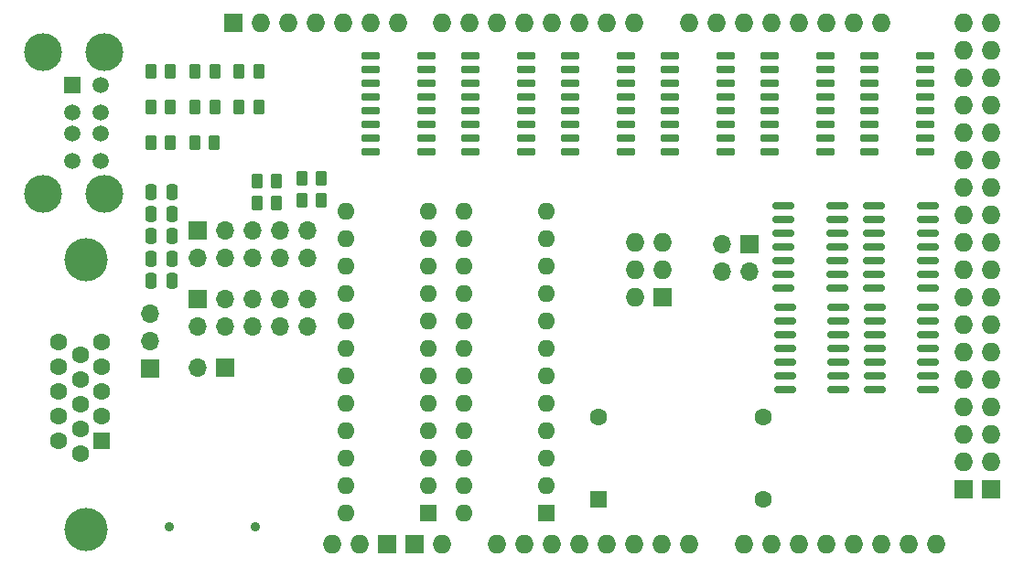
<source format=gbr>
%TF.GenerationSoftware,KiCad,Pcbnew,8.0.4+dfsg-1*%
%TF.CreationDate,2024-12-19T01:54:21-05:00*%
%TF.ProjectId,VGA_SRAM_Shield,5647415f-5352-4414-9d5f-536869656c64,rev?*%
%TF.SameCoordinates,Original*%
%TF.FileFunction,Soldermask,Bot*%
%TF.FilePolarity,Negative*%
%FSLAX46Y46*%
G04 Gerber Fmt 4.6, Leading zero omitted, Abs format (unit mm)*
G04 Created by KiCad (PCBNEW 8.0.4+dfsg-1) date 2024-12-19 01:54:21*
%MOMM*%
%LPD*%
G01*
G04 APERTURE LIST*
G04 Aperture macros list*
%AMRoundRect*
0 Rectangle with rounded corners*
0 $1 Rounding radius*
0 $2 $3 $4 $5 $6 $7 $8 $9 X,Y pos of 4 corners*
0 Add a 4 corners polygon primitive as box body*
4,1,4,$2,$3,$4,$5,$6,$7,$8,$9,$2,$3,0*
0 Add four circle primitives for the rounded corners*
1,1,$1+$1,$2,$3*
1,1,$1+$1,$4,$5*
1,1,$1+$1,$6,$7*
1,1,$1+$1,$8,$9*
0 Add four rect primitives between the rounded corners*
20,1,$1+$1,$2,$3,$4,$5,0*
20,1,$1+$1,$4,$5,$6,$7,0*
20,1,$1+$1,$6,$7,$8,$9,0*
20,1,$1+$1,$8,$9,$2,$3,0*%
G04 Aperture macros list end*
%ADD10O,1.727200X1.727200*%
%ADD11R,1.727200X1.727200*%
%ADD12R,1.700000X1.700000*%
%ADD13O,1.700000X1.700000*%
%ADD14R,1.500000X1.500000*%
%ADD15C,1.500000*%
%ADD16C,3.500000*%
%ADD17C,4.000000*%
%ADD18R,1.600000X1.600000*%
%ADD19C,1.600000*%
%ADD20O,1.600000X1.600000*%
%ADD21C,0.900000*%
%ADD22RoundRect,0.150000X0.725000X0.150000X-0.725000X0.150000X-0.725000X-0.150000X0.725000X-0.150000X0*%
%ADD23RoundRect,0.250000X-0.250000X-0.475000X0.250000X-0.475000X0.250000X0.475000X-0.250000X0.475000X0*%
%ADD24RoundRect,0.250000X0.262500X0.450000X-0.262500X0.450000X-0.262500X-0.450000X0.262500X-0.450000X0*%
%ADD25RoundRect,0.250000X-0.262500X-0.450000X0.262500X-0.450000X0.262500X0.450000X-0.262500X0.450000X0*%
%ADD26RoundRect,0.150000X0.825000X0.150000X-0.825000X0.150000X-0.825000X-0.150000X0.825000X-0.150000X0*%
G04 APERTURE END LIST*
D10*
%TO.C,A1*%
X63195200Y-181991000D03*
X65735200Y-181991000D03*
X93802200Y-154051000D03*
X121615200Y-133731000D03*
X124155200Y-133731000D03*
X78435200Y-181991000D03*
X80975200Y-181991000D03*
X83515200Y-181991000D03*
X86055200Y-181991000D03*
X88595200Y-181991000D03*
X91135200Y-181991000D03*
X93675200Y-181991000D03*
X96215200Y-181991000D03*
X101295200Y-181991000D03*
X103835200Y-181991000D03*
X106375200Y-181991000D03*
X108915200Y-181991000D03*
X116535200Y-181991000D03*
X119075200Y-181991000D03*
X91135200Y-133731000D03*
X88595200Y-133731000D03*
X86055200Y-133731000D03*
X83515200Y-133731000D03*
X80975200Y-133731000D03*
X78435200Y-133731000D03*
X75895200Y-133731000D03*
X73355200Y-133731000D03*
X69291200Y-133731000D03*
X66751200Y-133731000D03*
X64211200Y-133731000D03*
X61671200Y-133731000D03*
X59131200Y-133731000D03*
X56591200Y-133731000D03*
X96215200Y-133731000D03*
X98755200Y-133731000D03*
X101295200Y-133731000D03*
X103835200Y-133731000D03*
X106375200Y-133731000D03*
X108915200Y-133731000D03*
X111455200Y-133731000D03*
X113995200Y-133731000D03*
X121615200Y-136271000D03*
X124155200Y-136271000D03*
X121615200Y-138811000D03*
X124155200Y-138811000D03*
X121615200Y-141351000D03*
X124155200Y-141351000D03*
X121615200Y-143891000D03*
X124155200Y-143891000D03*
X121615200Y-146431000D03*
X124155200Y-146431000D03*
X121615200Y-148971000D03*
X124155200Y-148971000D03*
X121615200Y-151511000D03*
X124155200Y-151511000D03*
X121615200Y-154051000D03*
X124155200Y-154051000D03*
X121615200Y-156591000D03*
X124155200Y-156591000D03*
X121615200Y-159131000D03*
X124155200Y-159131000D03*
X121615200Y-161671000D03*
X124155200Y-161671000D03*
X121615200Y-164211000D03*
X124155200Y-164211000D03*
X121615200Y-166751000D03*
X124155200Y-166751000D03*
X121615200Y-169291000D03*
X124155200Y-169291000D03*
X121615200Y-171831000D03*
X124155200Y-171831000D03*
X121615200Y-174371000D03*
X124155200Y-174371000D03*
X111455200Y-181991000D03*
X113995200Y-181991000D03*
D11*
X54051200Y-133731000D03*
X68275200Y-181991000D03*
X70815200Y-181991000D03*
X93802200Y-159131000D03*
X121615200Y-176911000D03*
X124155200Y-176911000D03*
D10*
X91262200Y-154051000D03*
X93802200Y-156591000D03*
X91262200Y-159131000D03*
X91262200Y-156591000D03*
X73355200Y-181991000D03*
%TD*%
D12*
%TO.C,J2*%
X101845500Y-154231800D03*
D13*
X99305500Y-154231800D03*
X101845500Y-156771800D03*
X99305500Y-156771800D03*
%TD*%
D12*
%TO.C,J6*%
X46400000Y-165700000D03*
D13*
X46400000Y-163160000D03*
X46400000Y-160620000D03*
%TD*%
D12*
%TO.C,J1*%
X50800000Y-159258000D03*
D13*
X50800000Y-161798000D03*
X53340000Y-159258000D03*
X53340000Y-161798000D03*
X55880000Y-159258000D03*
X55880000Y-161798000D03*
X58420000Y-159258000D03*
X58420000Y-161798000D03*
X60960000Y-159258000D03*
X60960000Y-161798000D03*
%TD*%
D14*
%TO.C,J5*%
X39194300Y-139502000D03*
D15*
X39194300Y-142002000D03*
X39194300Y-144002000D03*
X39194300Y-146502000D03*
X41814300Y-139502000D03*
X41814300Y-142002000D03*
X41814300Y-144002000D03*
X41814300Y-146502000D03*
D16*
X36484300Y-136432000D03*
X36484300Y-149572000D03*
X42164300Y-136432000D03*
X42164300Y-149572000D03*
%TD*%
D17*
%TO.C,J3*%
X40470000Y-155633000D03*
X40470000Y-180633000D03*
D18*
X41890000Y-172448000D03*
D19*
X41890000Y-170158000D03*
X41890000Y-167868000D03*
X41890000Y-165578000D03*
X41890000Y-163288000D03*
X39910000Y-173593000D03*
X39910000Y-171303000D03*
X39910000Y-169013000D03*
X39910000Y-166723000D03*
X39910000Y-164433000D03*
X37930000Y-172448000D03*
X37930000Y-170158000D03*
X37930000Y-167868000D03*
X37930000Y-165578000D03*
X37930000Y-163288000D03*
%TD*%
D18*
%TO.C,X1*%
X87884000Y-177800000D03*
D19*
X103124000Y-177800000D03*
X103124000Y-170180000D03*
X87884000Y-170180000D03*
%TD*%
D18*
%TO.C,U8*%
X72136000Y-179070000D03*
D20*
X72136000Y-176530000D03*
X72136000Y-173990000D03*
X72136000Y-171450000D03*
X72136000Y-168910000D03*
X72136000Y-166370000D03*
X72136000Y-163830000D03*
X72136000Y-161290000D03*
X72136000Y-158750000D03*
X72136000Y-156210000D03*
X72136000Y-153670000D03*
X72136000Y-151130000D03*
X64516000Y-151130000D03*
X64516000Y-153670000D03*
X64516000Y-156210000D03*
X64516000Y-158750000D03*
X64516000Y-161290000D03*
X64516000Y-163830000D03*
X64516000Y-166370000D03*
X64516000Y-168910000D03*
X64516000Y-171450000D03*
X64516000Y-173990000D03*
X64516000Y-176530000D03*
X64516000Y-179070000D03*
%TD*%
D12*
%TO.C,JP1*%
X53345000Y-165608000D03*
D13*
X50805000Y-165608000D03*
%TD*%
D18*
%TO.C,U9*%
X83058000Y-179070000D03*
D20*
X83058000Y-176530000D03*
X83058000Y-173990000D03*
X83058000Y-171450000D03*
X83058000Y-168910000D03*
X83058000Y-166370000D03*
X83058000Y-163830000D03*
X83058000Y-161290000D03*
X83058000Y-158750000D03*
X83058000Y-156210000D03*
X83058000Y-153670000D03*
X83058000Y-151130000D03*
X75438000Y-151130000D03*
X75438000Y-153670000D03*
X75438000Y-156210000D03*
X75438000Y-158750000D03*
X75438000Y-161290000D03*
X75438000Y-163830000D03*
X75438000Y-166370000D03*
X75438000Y-168910000D03*
X75438000Y-171450000D03*
X75438000Y-173990000D03*
X75438000Y-176530000D03*
X75438000Y-179070000D03*
%TD*%
D21*
%TO.C,J4*%
X56115032Y-180378145D03*
X48115032Y-180378145D03*
%TD*%
D12*
%TO.C,J7*%
X50800000Y-152908000D03*
D13*
X50800000Y-155448000D03*
X53340000Y-152908000D03*
X53340000Y-155448000D03*
X55880000Y-152908000D03*
X55880000Y-155448000D03*
X58420000Y-152908000D03*
X58420000Y-155448000D03*
X60960000Y-152908000D03*
X60960000Y-155448000D03*
%TD*%
D22*
%TO.C,U10*%
X118074000Y-136812600D03*
X118074000Y-138082600D03*
X118074000Y-139352600D03*
X118074000Y-140622600D03*
X118074000Y-141892600D03*
X118074000Y-143162600D03*
X118074000Y-144432600D03*
X118074000Y-145702600D03*
X112924000Y-145702600D03*
X112924000Y-144432600D03*
X112924000Y-143162600D03*
X112924000Y-141892600D03*
X112924000Y-140622600D03*
X112924000Y-139352600D03*
X112924000Y-138082600D03*
X112924000Y-136812600D03*
%TD*%
D23*
%TO.C,C8*%
X46482000Y-157632400D03*
X48382000Y-157632400D03*
%TD*%
D22*
%TO.C,U4*%
X99625200Y-136812600D03*
X99625200Y-138082600D03*
X99625200Y-139352600D03*
X99625200Y-140622600D03*
X99625200Y-141892600D03*
X99625200Y-143162600D03*
X99625200Y-144432600D03*
X99625200Y-145702600D03*
X94475200Y-145702600D03*
X94475200Y-144432600D03*
X94475200Y-143162600D03*
X94475200Y-141892600D03*
X94475200Y-140622600D03*
X94475200Y-139352600D03*
X94475200Y-138082600D03*
X94475200Y-136812600D03*
%TD*%
D24*
%TO.C,R1*%
X48260000Y-144780000D03*
X46435000Y-144780000D03*
%TD*%
D23*
%TO.C,C7*%
X46482000Y-155549600D03*
X48382000Y-155549600D03*
%TD*%
D25*
%TO.C,R8*%
X50546000Y-138176000D03*
X52371000Y-138176000D03*
%TD*%
D26*
%TO.C,U19*%
X109934800Y-150622000D03*
X109934800Y-151892000D03*
X109934800Y-153162000D03*
X109934800Y-154432000D03*
X109934800Y-155702000D03*
X109934800Y-156972000D03*
X109934800Y-158242000D03*
X104984800Y-158242000D03*
X104984800Y-156972000D03*
X104984800Y-155702000D03*
X104984800Y-154432000D03*
X104984800Y-153162000D03*
X104984800Y-151892000D03*
X104984800Y-150622000D03*
%TD*%
D22*
%TO.C,U5*%
X90400800Y-136812600D03*
X90400800Y-138082600D03*
X90400800Y-139352600D03*
X90400800Y-140622600D03*
X90400800Y-141892600D03*
X90400800Y-143162600D03*
X90400800Y-144432600D03*
X90400800Y-145702600D03*
X85250800Y-145702600D03*
X85250800Y-144432600D03*
X85250800Y-143162600D03*
X85250800Y-141892600D03*
X85250800Y-140622600D03*
X85250800Y-139352600D03*
X85250800Y-138082600D03*
X85250800Y-136812600D03*
%TD*%
D24*
%TO.C,R4*%
X56435000Y-138176000D03*
X54610000Y-138176000D03*
%TD*%
D26*
%TO.C,U16*%
X110039400Y-160045400D03*
X110039400Y-161315400D03*
X110039400Y-162585400D03*
X110039400Y-163855400D03*
X110039400Y-165125400D03*
X110039400Y-166395400D03*
X110039400Y-167665400D03*
X105089400Y-167665400D03*
X105089400Y-166395400D03*
X105089400Y-165125400D03*
X105089400Y-163855400D03*
X105089400Y-162585400D03*
X105089400Y-161315400D03*
X105089400Y-160045400D03*
%TD*%
D24*
%TO.C,R9*%
X58062500Y-148336000D03*
X56237500Y-148336000D03*
%TD*%
%TO.C,R2*%
X52324000Y-144780000D03*
X50499000Y-144780000D03*
%TD*%
D22*
%TO.C,U3*%
X108849600Y-136812600D03*
X108849600Y-138082600D03*
X108849600Y-139352600D03*
X108849600Y-140622600D03*
X108849600Y-141892600D03*
X108849600Y-143162600D03*
X108849600Y-144432600D03*
X108849600Y-145702600D03*
X103699600Y-145702600D03*
X103699600Y-144432600D03*
X103699600Y-143162600D03*
X103699600Y-141892600D03*
X103699600Y-140622600D03*
X103699600Y-139352600D03*
X103699600Y-138082600D03*
X103699600Y-136812600D03*
%TD*%
D23*
%TO.C,C5*%
X46482000Y-153466800D03*
X48382000Y-153466800D03*
%TD*%
D26*
%TO.C,U15*%
X118364000Y-160020000D03*
X118364000Y-161290000D03*
X118364000Y-162560000D03*
X118364000Y-163830000D03*
X118364000Y-165100000D03*
X118364000Y-166370000D03*
X118364000Y-167640000D03*
X113414000Y-167640000D03*
X113414000Y-166370000D03*
X113414000Y-165100000D03*
X113414000Y-163830000D03*
X113414000Y-162560000D03*
X113414000Y-161290000D03*
X113414000Y-160020000D03*
%TD*%
D22*
%TO.C,U6*%
X81176400Y-136812600D03*
X81176400Y-138082600D03*
X81176400Y-139352600D03*
X81176400Y-140622600D03*
X81176400Y-141892600D03*
X81176400Y-143162600D03*
X81176400Y-144432600D03*
X81176400Y-145702600D03*
X76026400Y-145702600D03*
X76026400Y-144432600D03*
X76026400Y-143162600D03*
X76026400Y-141892600D03*
X76026400Y-140622600D03*
X76026400Y-139352600D03*
X76026400Y-138082600D03*
X76026400Y-136812600D03*
%TD*%
D25*
%TO.C,R5*%
X46435000Y-141478000D03*
X48260000Y-141478000D03*
%TD*%
D24*
%TO.C,R10*%
X58062500Y-150368000D03*
X56237500Y-150368000D03*
%TD*%
D25*
%TO.C,R7*%
X46435000Y-138176000D03*
X48260000Y-138176000D03*
%TD*%
D23*
%TO.C,C3*%
X46482000Y-151409400D03*
X48382000Y-151409400D03*
%TD*%
D25*
%TO.C,R11*%
X60405000Y-150190200D03*
X62230000Y-150190200D03*
%TD*%
D26*
%TO.C,U17*%
X118316800Y-150622000D03*
X118316800Y-151892000D03*
X118316800Y-153162000D03*
X118316800Y-154432000D03*
X118316800Y-155702000D03*
X118316800Y-156972000D03*
X118316800Y-158242000D03*
X113366800Y-158242000D03*
X113366800Y-156972000D03*
X113366800Y-155702000D03*
X113366800Y-154432000D03*
X113366800Y-153162000D03*
X113366800Y-151892000D03*
X113366800Y-150622000D03*
%TD*%
D23*
%TO.C,C2*%
X46482000Y-149352000D03*
X48382000Y-149352000D03*
%TD*%
D24*
%TO.C,R6*%
X52371000Y-141478000D03*
X50546000Y-141478000D03*
%TD*%
D25*
%TO.C,R12*%
X60405000Y-148082000D03*
X62230000Y-148082000D03*
%TD*%
%TO.C,R3*%
X54610000Y-141478000D03*
X56435000Y-141478000D03*
%TD*%
D22*
%TO.C,U7*%
X71952000Y-136812600D03*
X71952000Y-138082600D03*
X71952000Y-139352600D03*
X71952000Y-140622600D03*
X71952000Y-141892600D03*
X71952000Y-143162600D03*
X71952000Y-144432600D03*
X71952000Y-145702600D03*
X66802000Y-145702600D03*
X66802000Y-144432600D03*
X66802000Y-143162600D03*
X66802000Y-141892600D03*
X66802000Y-140622600D03*
X66802000Y-139352600D03*
X66802000Y-138082600D03*
X66802000Y-136812600D03*
%TD*%
M02*

</source>
